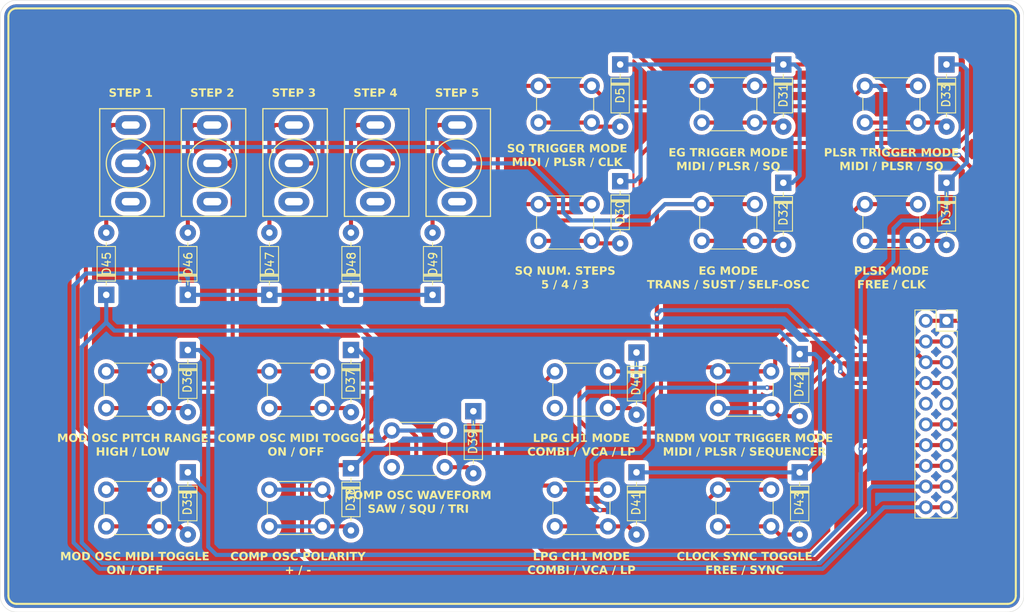
<source format=kicad_pcb>
(kicad_pcb (version 20241229) (generator "pcbnew") (generator_version "9.0")
  (layers (0 "F.Cu" signal) (2 "B.Cu" signal) (13 "F.Paste" user) (15 "B.Paste" user) (5 "F.SilkS" user "F.Silkscreen") (7 "B.SilkS" user "B.Silkscreen") (1 "F.Mask" user) (3 "B.Mask" user) (25 "Edge.Cuts" user))
  (net 0 "")
  (net 1 "Y0")
  (net 2 "Net-(D5-A)")
  (net 3 "Net-(D30-A)")
  (net 4 "Net-(D31-A)")
  (net 5 "Net-(D32-A)")
  (net 6 "Net-(D33-A)")
  (net 7 "Y1")
  (net 8 "Net-(D34-A)")
  (net 9 "Net-(D35-A)")
  (net 10 "Net-(D36-A)")
  (net 11 "Net-(D37-A)")
  (net 12 "Y2")
  (net 13 "Net-(D38-A)")
  (net 14 "Net-(D39-A)")
  (net 15 "Net-(D40-A)")
  (net 16 "Y3")
  (net 17 "Net-(D41-A)")
  (net 18 "Net-(D42-A)")
  (net 19 "Net-(D43-A)")
  (net 20 "Net-(D45-A)")
  (net 21 "Y4")
  (net 22 "Net-(D46-A)")
  (net 23 "Net-(D47-A)")
  (net 24 "Net-(D48-A)")
  (net 25 "Net-(D49-A)")
  (net 27 "X0")
  (net 28 "X3")
  (net 29 "X2")
  (net 31 "X1")
  (footprint "PCM_4ms_Experimental_FP:SW_PUSH_6mm_H13mm" (layer "F.Cu") (at 30.749583 77.75)
    (property "Reference" "SW36" (hide yes))
    (property "Value" "MODOSC_PITCHTRANGE")
  )
  (footprint "DIYSynthMNL:ToggleSwitch_MTS-102_SPDT" (layer "F.Cu") (at 40.5 50)
    (property "Reference" "SW3")
    (property "Value" "SQ_TOGGLESTEP2")
  )
  (footprint "DIYSynthMNL:D_4148_BigPads" (layer "F.Cu") (at 110.5 52.38 -90)
    (property "Reference" "D32")
    (property "Value" "1N4148")
  )
  (footprint "PCM_4ms_Experimental_FP:SW_PUSH_6mm_H13mm" (layer "F.Cu") (at 83.75 42.75)
    (property "Reference" "SW2" (hide yes))
    (property "Value" "SEQ_TRIGGERSELECT")
  )
  (footprint "DIYSynthMNL:D_4148_BigPads" (layer "F.Cu") (at 112.5 73.38 -90)
    (property "Reference" "D42")
    (property "Value" "1N4148")
  )
  (footprint "PCM_4ms_Experimental_FP:SW_PUSH_6mm_H13mm" (layer "F.Cu") (at 103.75 57.25)
    (property "Reference" "SW32" (hide yes))
    (property "Value" "EG_MODESELECT")
  )
  (footprint "PCM_4ms_Experimental_FP:SW_PUSH_6mm_H13mm" (layer "F.Cu") (at 105.749583 77.75)
    (property "Reference" "SW42" (hide yes))
    (property "Value" "RNDMVOLTAGE_TRIGGERSELECT")
  )
  (footprint "DIYSynthMNL:D_4148_BigPads" (layer "F.Cu") (at 130.5 37.88 -90)
    (property "Reference" "D33")
    (property "Value" "1N4148")
  )
  (footprint "DIYSynthMNL:D_4148_BigPads" (layer "F.Cu") (at 110.5 37.88 -90)
    (property "Reference" "D31")
    (property "Value" "1N4148")
  )
  (footprint "DIYSynthMNL:D_4148_BigPads" (layer "F.Cu") (at 90.5 52.19 -90)
    (property "Reference" "D30")
    (property "Value" "1N4148")
  )
  (footprint "DIYSynthMNL:D_4148_BigPads" (layer "F.Cu") (at 72.5 80.38 -90)
    (property "Reference" "D39")
    (property "Value" "1N4148")
  )
  (footprint "PCM_4ms_Experimental_FP:SW_PUSH_6mm_H13mm" (layer "F.Cu") (at 123.75 57.25)
    (property "Reference" "SW34" (hide yes))
    (property "Value" "PLSR_MODE")
  )
  (footprint "DIYSynthMNL:ToggleSwitch_MTS-102_SPDT" (layer "F.Cu") (at 60.5 50)
    (property "Reference" "SW5")
    (property "Value" "SQ_TOGGLESTEP4")
  )
  (footprint "DIYSynthMNL:D_4148_BigPads" (layer "F.Cu") (at 112.5 87.88 -90)
    (property "Reference" "D43")
    (property "Value" "1N4148")
  )
  (footprint "DIYSynthMNL:D_4148_BigPads" (layer "F.Cu") (at 37.5 72.88 -90)
    (property "Reference" "D36")
    (property "Value" "1N4148")
  )
  (footprint "DIYSynthMNL:ToggleSwitch_MTS-102_SPDT" (layer "F.Cu") (at 50.5 50)
    (property "Reference" "SW4")
    (property "Value" "SQ_TOGGLESTEP3")
  )
  (footprint "PCM_4ms_Experimental_FP:SW_PUSH_6mm_H13mm" (layer "F.Cu") (at 85.749583 92.25)
    (property "Reference" "SW41" (hide yes))
    (property "Value" "LPG_GATE2MODE")
  )
  (footprint "DIYSynthMNL:D_4148_BigPads" (layer "F.Cu") (at 27.5 66.12 90)
    (property "Reference" "D45")
    (property "Value" "1N4148")
  )
  (footprint "DIYSynthMNL:D_4148_BigPads" (layer "F.Cu") (at 92.5 73.19 -90)
    (property "Reference" "D40")
    (property "Value" "1N4148")
  )
  (footprint "DIYSynthMNL:D_4148_BigPads" (layer "F.Cu") (at 37.5 87.88 -90)
    (property "Reference" "D35")
    (property "Value" "1N4148")
  )
  (footprint "Connector_PinSocket_2.54mm:PinSocket_2x10_P2.54mm_Vertical" (layer "F.Cu") (at 130.5 69.3)
    (property "Reference" "J1" (hide yes))
    (property "Value" "Conn_02x10_Odd_Even" (hide yes))
  )
  (footprint "DIYSynthMNL:ToggleSwitch_MTS-102_SPDT" (layer "F.Cu") (at 30.5 50)
    (property "Reference" "SW1")
    (property "Value" "SQ_TOGGLESTEP1")
  )
  (footprint "PCM_4ms_Experimental_FP:SW_PUSH_6mm_H13mm" (layer "F.Cu") (at 30.749583 92.25)
    (property "Reference" "SW35" (hide yes))
    (property "Value" "MODOSC_MIDITOGGLE")
  )
  (footprint "DIYSynthMNL:D_4148_BigPads" (layer "F.Cu") (at 90.5 37.88 -90)
    (property "Reference" "D5")
    (property "Value" "1N4148")
  )
  (footprint "PCM_4ms_Experimental_FP:SW_PUSH_6mm_H13mm" (layer "F.Cu") (at 123.75 42.75)
    (property "Reference" "SW33" (hide yes))
    (property "Value" "PLSR_TRIGGERSELECT")
  )
  (footprint "PCM_4ms_Experimental_FP:SW_PUSH_6mm_H13mm" (layer "F.Cu") (at 103.75 42.75)
    (property "Reference" "SW31" (hide yes))
    (property "Value" "EG_TRIGGERSELECT")
  )
  (footprint "DIYSynthMNL:D_4148_BigPads" (layer "F.Cu") (at 57.5 72.88 -90)
    (property "Reference" "D37")
    (property "Value" "1N4148")
  )
  (footprint "PCM_4ms_Experimental_FP:SW_PUSH_6mm_H13mm" (layer "F.Cu") (at 50.749583 92.25)
    (property "Reference" "SW38" (hide yes))
    (property "Value" "COMPLEXOSC_POLARITY")
  )
  (footprint "DIYSynthMNL:D_4148_BigPads" (layer "F.Cu") (at 57.5 66.12 90)
    (property "Reference" "D48")
    (property "Value" "1N4148")
  )
  (footprint "DIYSynthMNL:D_4148_BigPads" (layer "F.Cu") (at 37.5 66.12 90)
    (property "Reference" "D46")
    (property "Value" "1N4148")
  )
  (footprint "PCM_4ms_Experimental_FP:SW_PUSH_6mm_H13mm" (layer "F.Cu") (at 50.749583 77.75)
    (property "Reference" "SW37" (hide yes))
    (property "Value" "COMPLEXOSC_MIDITOGGLE")
  )
  (footprint "DIYSynthMNL:D_4148_BigPads" (layer "F.Cu") (at 47.5 66.12 90)
    (property "Reference" "D47")
    (property "Value" "1N4148")
  )
  (footprint "PCM_4ms_Experimental_FP:SW_PUSH_6mm_H13mm" (layer "F.Cu") (at 65.749583 85)
    (property "Reference" "SW39" (hide yes))
    (property "Value" "COMPLEXOSC_WAVETOGGLE")
  )
  (footprint "DIYSynthMNL:D_4148_BigPads" (layer "F.Cu") (at 67.5 66.12 90)
    (property "Reference" "D49")
    (property "Value" "1N4148")
  )
  (footprint "DIYSynthMNL:D_4148_BigPads" (layer "F.Cu") (at 130.5 52.38 -90)
    (property "Reference" "D34")
    (property "Value" "1N4148")
  )
  (footprint "PCM_4ms_Experimental_FP:SW_PUSH_6mm_H13mm" (layer "F.Cu") (at 85.749583 77.75)
    (property "Reference" "SW40" (hide yes))
    (property "Value" "LPG_GATE1MODE")
  )
  (footprint "PCM_4ms_Experimental_FP:SW_PUSH_6mm_H13mm" (layer "F.Cu") (at 105.749583 92.25)
    (property "Reference" "SW43" (hide yes))
    (property "Value" "CLOCK_SYNCTOGGLE")
  )
  (footprint "DIYSynthMNL:D_4148_BigPads" (layer "F.Cu") (at 57.5 87.38 -90)
    (property "Reference" "D38")
    (property "Value" "1N4148")
  )
  (footprint "PCM_4ms_Experimental_FP:SW_PUSH_6mm_H13mm" (layer "F.Cu") (at 83.75 57.25)
    (property "Reference" "SW6" (hide yes))
    (property "Value" "SEQ_STAGES")
  )
  (footprint "DIYSynthMNL:D_4148_BigPads" (layer "F.Cu") (at 92.5 87.88 -90)
    (property "Reference" "D41")
    (property "Value" "1N4148")
  )
  (footprint "AXS_LOGO_KICAD:AXS_LOGO_FMASK_10X10" (layer "F.Cu") (at 21.5 37)
    (property "Reference" "G***" (hide yes))
    (property "Value" "LOGO" (hide yes))
  )
  (footprint "DIYSynthMNL:ToggleSwitch_MTS-102_SPDT" (layer "F.Cu") (at 70.5 50)
    (property "Reference" "SW7")
    (property "Value" "SQ_TOGGLESTEP5")
  )
  (gr_arc (start 138 31) (mid 138.707107 31.292893) (end 139 32) (stroke (width 0.25)) (layer "F.SilkS"))
  (gr_arc (start 139 103) (mid 138.707107 103.707107) (end 138 104) (stroke (width 0.25)) (layer "F.SilkS"))
  (gr_arc (start 15.5 32) (mid 15.792893 31.292893) (end 16.5 31) (stroke (width 0.25)) (layer "F.SilkS"))
  (gr_line (start 15.5 103) (end 15.5 32) (stroke (width 0.25)) (layer "F.SilkS"))
  (gr_arc (start 16.5 104) (mid 15.792893 103.707107) (end 15.5 103) (stroke (width 0.25)) (layer "F.SilkS"))
  (gr_line (start 138 104) (end 16.5 104) (stroke (width 0.25)) (layer "F.SilkS"))
  (gr_line (start 16.5 31) (end 138 31) (stroke (width 0.25)) (layer "F.SilkS"))
  (gr_line (start 139 32) (end 139 103) (stroke (width 0.25)) (layer "F.SilkS"))
  (gr_line (start 138 105) (end 16.5 105) (stroke (width 0.05)) (layer "Edge.Cuts"))
  (gr_line (start 14.5 103) (end 14.5 32) (stroke (width 0.05)) (layer "Edge.Cuts"))
  (gr_line (start 16.5 30) (end 138 30) (stroke (width 0.05)) (layer "Edge.Cuts"))
  (gr_arc (start 140 103) (mid 139.414214 104.414214) (end 138 105) (stroke (width 0.05)) (layer "Edge.Cuts"))
  (gr_arc (start 138 30) (mid 139.414214 30.585786) (end 140 32) (stroke (width 0.05)) (layer "Edge.Cuts"))
  (gr_arc (start 14.5 32) (mid 15.085786 30.585786) (end 16.5 30) (stroke (width 0.05)) (layer "Edge.Cuts"))
  (gr_arc (start 16.5 105) (mid 15.085786 104.414214) (end 14.5 103) (stroke (width 0.05)) (layer "Edge.Cuts"))
  (gr_line (start 140 32) (end 140 103) (stroke (width 0.05)) (layer "Edge.Cuts"))
  (gr_text "PLSR TRIGGER MODE\nMIDI / PLSR / SQ" (at 123.75 51 0) (layer "F.SilkS") (effects (font (size 1 1) (thickness 0.2) (bold yes)) (justify bottom)))
  (gr_text "COMP OSC POLARITY\n+ / -" (at 51 100.5 0) (layer "F.SilkS") (effects (font (size 1 1) (thickness 0.2) (bold yes)) (justify bottom)))
  (gr_text "STEP 4" (at 60.5 42 0) (layer "F.SilkS") (effects (font (size 1 1) (thickness 0.2) (bold yes)) (justify bottom)))
  (gr_text "STEP 2" (at 40.5 42 0) (layer "F.SilkS") (effects (font (size 1 1) (thickness 0.2) (bold yes)) (justify bottom)))
  (gr_text "SQ TRIGGER MODE\nMIDI / PLSR / CLK" (at 84 50.5 0) (layer "F.SilkS") (effects (font (size 1 1) (thickness 0.2) (bold yes)) (justify bottom)))
  (gr_text "COMP OSC WAVEFORM\nSAW / SQU / TRI" (at 65.749583 93 0) (layer "F.SilkS") (effects (font (size 1 1) (thickness 0.2) (bold yes)) (justify bottom)))
  (gr_text "MOD OSC PITCH RANGE\nHIGH / LOW" (at 30.749583 86 0) (layer "F.SilkS") (effects (font (size 1 1) (thickness 0.2) (bold yes)) (justify bottom)))
  (gr_text "EG MODE\nTRANS / SUST / SELF-OSC" (at 103.75 65.5 0) (layer "F.SilkS") (effects (font (size 1 1) (thickness 0.2) (bold yes)) (justify bottom)))
  (gr_text "EG TRIGGER MODE\nMIDI / PLSR / SQ" (at 103.75 51 0) (layer "F.SilkS") (effects (font (size 1 1) (thickness 0.2) (bold yes)) (justify bottom)))
  (gr_text "COMP OSC MIDI TOGGLE\nON / OFF" (at 50.749583 86 0) (layer "F.SilkS") (effects (font (size 1 1) (thickness 0.2) (bold yes)) (justify bottom)))
  (gr_text "CLOCK SYNC TOGGLE\nFREE / SYNC" (at 105.749583 100.5 0) (layer "F.SilkS") (effects (font (size 1 1) (thickness 0.2) (bold yes)) (justify bottom)))
  (gr_text "PLSR MODE\nFREE / CLK" (at 123.75 65.5 0) (layer "F.SilkS") (effects (font (size 1 1) (thickness 0.2) (bold yes)) (justify bottom)))
  (gr_text "STEP 3" (at 50.5 42 0) (layer "F.SilkS") (effects (font (size 1 1) (thickness 0.2) (bold yes)) (justify bottom)))
  (gr_text "SQ NUM. STEPS\n5 / 4 / 3" (at 83.75 65.5 0) (layer "F.SilkS") (effects (font (size 1 1) (thickness 0.2) (bold yes)) (justify bottom)))
  (gr_text "MOD OSC MIDI TOGGLE\nON / OFF" (at 31 100.5 0) (layer "F.SilkS") (effects (font (size 1 1) (thickness 0.2) (bold yes)) (justify bottom)))
  (gr_text "STEP 5" (at 70.5 42 0) (layer "F.SilkS") (effects (font (size 1 1) (thickness 0.2) (bold yes)) (justify bottom)))
  (gr_text "LPG CH1 MODE\nCOMBI / VCA / LP" (at 85.749583 86 0) (layer "F.SilkS") (effects (font (size 1 1) (thickness 0.2) (bold yes)) (justify bottom)))
  (gr_text "LPG CH1 MODE\nCOMBI / VCA / LP" (at 85.749583 100.5 0) (layer "F.SilkS") (effects (font (size 1 1) (thickness 0.2) (bold yes)) (justify bottom)))
  (gr_text "RNDM VOLT TRIGGER MODE\nMIDI / PLSR / SEQUENCER" (at 105.749583 86 0) (layer "F.SilkS") (effects (font (size 1 1) (thickness 0.2) (bold yes)) (justify bottom)))
  (gr_text "STEP 1" (at 30.5 42 0) (layer "F.SilkS") (effects (font (size 1 1) (thickness 0.2) (bold yes)) (justify bottom)))
  (segment (start 118.12 37.88) (end 121.5 34.5) (width 0.5) (layer "F.Cu") (net 1))
  (segment (start 130.5 82) (end 127.96 82) (width 0.5) (layer "F.Cu") (net 1))
  (segment (start 110.5 37.88) (end 118.12 37.88) (width 0.5) (layer "F.Cu") (net 1))
  (segment (start 134.5 36.5) (end 134.5 81) (width 0.5) (layer "F.Cu") (net 1))
  (segment (start 132.5 34.5) (end 134.5 36.5) (width 0.5) (layer "F.Cu") (net 1))
  (segment (start 121.5 34.5) (end 132.5 34.5) (width 0.5) (layer "F.Cu") (net 1))
  (segment (start 134.5 81) (end 133.5 82) (width 0.5) (layer "F.Cu") (net 1))
  (segment (start 133.5 82) (end 130.5 82) (width 0.5) (layer "F.Cu") (net 1))
  (segment (start 112.5 51.5) (end 111.62 52.38) (width 0.5) (layer "B.Cu") (net 1))
  (segment (start 112.5 38.5) (end 112.5 51.5) (width 0.5) (layer "B.Cu") (net 1))
  (segment (start 110.5 37.88) (end 111.88 37.88) (width 0.5) (layer "B.Cu") (net 1))
  (segment (start 92.31 52.19) (end 90.5 52.19) (width 0.5) (layer "B.Cu") (net 1))
  (segment (start 111.62 52.38) (end 110.5 52.38) (width 0.5) (layer "B.Cu") (net 1))
  (segment (start 93 51.5) (end 92.31 52.19) (width 0.5) (layer "B.Cu") (net 1))
  (segment (start 90.5 37.88) (end 92.38 37.88) (width 0.5) (layer "B.Cu") (net 1))
  (segment (start 93 38.5) (end 93 51.5) (width 0.5) (layer "B.Cu") (net 1))
  (segment (start 92.38 37.88) (end 93 38.5) (width 0.5) (layer "B.Cu") (net 1))
  (segment (start 111.88 37.88) (end 112.5 38.5) (width 0.5) (layer "B.Cu") (net 1))
  (segment (start 90.5 37.88) (end 110.5 37.88) (width 0.5) (layer "B.Cu") (net 1))
  (segment (start 87 45) (end 87.5 45.5) (width 0.5) (layer "F.Cu") (net 2))
  (segment (start 87.5 45.5) (end 90.5 45.5) (width 0.5) (layer "F.Cu") (net 2))
  (segment (start 80.5 45) (end 87 45) (width 0.5) (layer "F.Cu") (net 2))
  (segment (start 87.31 59.81) (end 90.5 59.81) (width 0.5) (layer "F.Cu") (net 3))
  (segment (start 87 59.5) (end 87.31 59.81) (width 0.5) (layer "F.Cu") (net 3))
  (segment (start 80.5 59.5) (end 87 59.5) (width 0.5) (layer "F.Cu") (net 3))
  (segment (start 110 45) (end 110.5 45.5) (width 0.5) (layer "F.Cu") (net 4))
  (segment (start 100.5 45) (end 107 45) (width 0.5) (layer "F.Cu") (net 4))
  (segment (start 107 45) (end 110 45) (width 0.5) (layer "F.Cu") (net 4))
  (segment (start 110 59.5) (end 110.5 60) (width 0.5) (layer "F.Cu") (net 5))
  (segment (start 107 59.5) (end 100.5 59.5) (width 0.5) (layer "F.Cu") (net 5))
  (segment (start 107 59.5) (end 110 59.5) (width 0.5) (layer "F.Cu") (net 5))
  (segment (start 127 45) (end 130 45) (width 0.5) (layer "F.Cu") (net 6))
  (segment (start 130 45) (end 130.5 45.5) (width 0.5) (layer "F.Cu") (net 6))
  (segment (start 127 45) (end 120.5 45) (width 0.5) (layer "F.Cu") (net 6))
  (segment (start 127.96 84.54) (end 120.46 84.54) (width 0.5) (layer "F.Cu") (net 7))
  (segment (start 127.96 84.54) (end 130.5 84.54) (width 0.5) (layer "F.Cu") (net 7))
  (segment (start 120.46 84.54) (end 120 85) (width 0.5) (layer "F.Cu") (net 7))
  (via (at 120 85) (size 0.6) (drill 0.3) (layers "F.Cu" "B.Cu") (net 7))
  (segment (start 38.88 72.88) (end 37.5 72.88) (width 0.5) (layer "B.Cu") (net 7))
  (segment (start 40 90.38) (end 37.5 87.88) (width 0.5) (layer "B.Cu") (net 7))
  (segment (start 41 98) (end 40 97) (width 0.5) (layer "B.Cu") (net 7))
  (segment (start 132.38 37.88) (end 133 38.5) (width 0.5) (layer "B.Cu") (net 7))
  (segment (start 124 58) (end 124 62) (width 0.5) (layer "B.Cu") (net 7))
  (segment (start 120 92) (end 114 98) (width 0.5) (layer "B.Cu") (net 7))
  (segment (start 130.5 52.38) (end 130.5 56) (width 0.5) (layer "B.Cu") (net 7))
  (segment (start 124 62) (end 122.5 63.5) (width 0.5) (layer "B.Cu") (net 7))
  (segment (start 40 90.38) (end 40 74) (width 0.5) (layer "B.Cu") (net 7))
  (segment (start 133 38.5) (end 133 49.88) (width 0.5) (layer "B.Cu") (net 7))
  (segment (start 122.5 63.5) (end 121 63.5) (width 0.5) (layer "B.Cu") (net 7))
  (segment (start 130.5 56) (end 129.5 57) (width 0.5) (layer "B.Cu") (net 7))
  (segment (start 114 98) (end 41 98) (width 0.5) (layer "B.Cu") (net 7))
  (segment (start 121 63.5) (end 120 64.5) (width 0.5) (layer "B.Cu") (net 7))
  (segment (start 130.5 37.88) (end 132.38 37.88) (width 0.5) (layer "B.Cu") (net 7))
  (segment (start 129.5 57) (end 125 57) (width 0.5) (layer "B.Cu") (net 7))
  (segment (start 133 49.88) (end 130.5 52.38) (width 0.5) (layer "B.Cu") (net 7))
  (segment (start 125 57) (end 124 58) (width 0.5) (layer "B.Cu") (net 7))
  (segment (start 40 74) (end 38.88 72.88) (width 0.5) (layer "B.Cu") (net 7))
  (segment (start 120 64.5) (end 120 92) (width 0.5) (layer "B.Cu") (net 7))
  (segment (start 40 97) (end 40 90.38) (width 0.5) (layer "B.Cu") (net 7))
  (segment (start 127 59.5) (end 120.5 59.5) (width 0.5) (layer "F.Cu") (net 8))
  (segment (start 127 59.5) (end 130 59.5) (width 0.5) (layer "F.Cu") (net 8))
  (segment (start 130 59.5) (end 130.5 60) (width 0.5) (layer "F.Cu") (net 8))
  (segment (start 33.999583 94.5) (end 36.5 94.5) (width 0.5) (layer "F.Cu") (net 9))
  (segment (start 36.5 94.5) (end 37.5 95.5) (width 0.5) (layer "F.Cu") (net 9))
  (segment (start 33.999583 94.5) (end 27.499583 94.5) (width 0.5) (layer "F.Cu") (net 9))
  (segment (start 37 80) (end 37.5 80.5) (width 0.5) (layer "F.Cu") (net 10))
  (segment (start 33.999583 80) (end 27.499583 80) (width 0.5) (layer "F.Cu") (net 10))
  (segment (start 33.999583 80) (end 37 80) (width 0.5) (layer "F.Cu") (net 10))
  (segment (start 57 80) (end 57.5 80.5) (width 0.5) (layer "F.Cu") (net 11))
  (segment (start 47.499583 80) (end 53.999583 80) (width 0.5) (layer "F.Cu") (net 11))
  (segment (start 53.999583 80) (end 57 80) (width 0.5) (layer "F.Cu") (net 11))
  (segment (start 51.5 97.5) (end 51.5 88) (width 0.5) (layer "F.Cu") (net 12))
  (segment (start 52.5 98.5) (end 51.5 97.5) (width 0.5) (layer "F.Cu") (net 12))
  (segment (start 130.5 87.08) (end 127.96 87.08) (width 0.5) (layer "F.Cu") (net 12))
  (segment (start 114.5 98.5) (end 52.5 98.5) (width 0.5) (layer "F.Cu") (net 12))
  (segment (start 57.12 87) (end 57.5 87.38) (width 0.5) (layer "F.Cu") (net 12))
  (segment (start 121.42 87.08) (end 120.5 88) (width 0.5) (layer "F.Cu") (net 12))
  (segment (start 52.5 87) (end 57.12 87) (width 0.5) (layer "F.Cu") (net 12))
  (segment (start 51.5 88) (end 52.5 87) (width 0.5) (layer "F.Cu") (net 12))
  (segment (start 120.5 92.5) (end 114.5 98.5) (width 0.5) (layer "F.Cu") (net 12))
  (segment (start 120.5 88) (end 120.5 92.5) (width 0.5) (layer "F.Cu") (net 12))
  (segment (start 127.96 87.08) (end 121.42 87.08) (width 0.5) (layer "F.Cu") (net 12))
  (segment (start 84.5 85) (end 85.5 84) (width 0.5) (layer "B.Cu") (net 12))
  (segment (start 59.5 85) (end 60 85) (width 0.5) (layer "B.Cu") (net 12))
  (segment (start 59.5 85) (end 59.5 74) (width 0.5) (layer "B.Cu") (net 12))
  (segment (start 57.5 87.38) (end 57.62 87.38) (width 0.5) (layer "B.Cu") (net 12))
  (segment (start 59.5 85.5) (end 59.5 85) (width 0.5) (layer "B.Cu") (net 12))
  (segment (start 72 85) (end 72.5 84.5) (width 0.5) (layer "B.Cu") (net 12))
  (segment (start 58.38 72.88) (end 57.5 72.88) (width 0.5) (layer "B.Cu") (net 12))
  (segment (start 59.5 85.5) (end 60 85) (width 0.5) (layer "B.Cu") (net 12))
  (segment (start 57.62 87.38) (end 59.5 85.5) (width 0.5) (layer "B.Cu") (net 12))
  (segment (start 59.5 74) (end 58.38 72.88) (width 0.5) (layer "B.Cu") (net 12))
  (segment (start 92.5 77) (end 92.5 73.19) (width 0.5) (layer "B.Cu") (net 12))
  (segment (start 72.5 84.5) (end 72.5 80.38) (width 0.5) (layer "B.Cu") (net 12))
  (segment (start 72 85) (end 84.5 85) (width 0.5) (layer "B.Cu") (net 12))
  (segment (start 85.5 84) (end 85.5 79) (width 0.5) (layer "B.Cu") (net 12))
  (segment (start 60 85) (end 72 85) (width 0.5) (layer "B.Cu") (net 12))
  (segment (start 91.5 78) (end 92.5 77) (width 0.5) (layer "B.Cu") (net 12))
  (segment (start 86.5 78) (end 91.5 78) (width 0.5) (layer "B.Cu") (net 12))
  (segment (start 85.5 79) (end 86.5 78) (width 0.5) (layer "B.Cu") (net 12))
  (segment (start 53.999583 94.5) (end 57 94.5) (width 0.5) (layer "F.Cu") (net 13))
  (segment (start 57 94.5) (end 57.5 95) (width 0.5) (layer "F.Cu") (net 13))
  (segment (start 47.499583 94.5) (end 53.999583 94.5) (width 0.5) (layer "B.Cu") (net 13))
  (segment (start 68.999583 87.25) (end 71.75 87.25) (width 0.5) (layer "F.Cu") (net 14))
  (segment (start 71.75 87.25) (end 72.5 88) (width 0.5) (layer "F.Cu") (net 14))
  (segment (start 91.69 80) (end 92.5 80.81) (width 0.5) (layer "F.Cu") (net 15))
  (segment (start 88.999583 80) (end 91.69 80) (width 0.5) (layer "F.Cu") (net 15))
  (segment (start 127.96 89.62) (end 130.5 89.62) (width 0.5) (layer "F.Cu") (net 16))
  (segment (start 114.38 73.38) (end 112.5 73.38) (width 0.5) (layer "B.Cu") (net 16))
  (segment (start 92.5 87.88) (end 112.5 87.88) (width 0.5) (layer "B.Cu") (net 16))
  (segment (start 115 99) (end 27 99) (width 0.5) (layer "B.Cu") (net 16))
  (segment (start 112.5 87.88) (end 113.12 87.88) (width 0.5) (layer "B.Cu") (net 16))
  (segment (start 121 93) (end 115 99) (width 0.5) (layer "B.Cu") (net 16))
  (segment (start 27.5 69.5) (end 27.5 66.12) (width 0.5) (layer "B.Cu") (net 16))
  (segment (start 115 86) (end 115 74) (width 0.5) (layer "B.Cu") (net 16))
  (segment (start 110 70.5) (end 28.5 70.5) (width 0.5) (layer "B.Cu") (net 16))
  (segment (start 115 74) (end 114.38 73.38) (width 0.5) (layer "B.Cu") (net 16))
  (segment (start 112.5 73.38) (end 112.5 73) (width 0.5) (layer "B.Cu") (net 16))
  (segment (start 121.38 89.62) (end 121 90) (width 0.5) (layer "B.Cu") (net 16))
  (segment (start 24.5 96.5) (end 24.5 72.5) (width 0.5) (layer "B.Cu") (net 16))
  (segment (start 113.12 87.88) (end 115 86) (width 0.5) (layer "B.Cu") (net 16))
  (segment (start 112.5 73) (end 110 70.5) (width 0.5) (layer "B.Cu") (net 16))
  (segment (start 121 90) (end 121 93) (width 0.5) (layer "B.Cu") (net 16))
  (segment (start 27 99) (end 24.5 96.5) (width 0.5) (layer "B.Cu") (net 16))
  (segment (start 127.96 89.62) (end 121.38 89.62) (width 0.5) (layer "B.Cu") (net 16))
  (segment (start 28.5 70.5) (end 27.5 69.5) (width 0.5) (layer "B.Cu") (net 16))
  (segment (start 24.5 72.5) (end 27.5 69.5) (width 0.5) (layer "B.Cu") (net 16))
  (segment (start 91.5 94.5) (end 92.5 95.5) (width 0.5) (layer "F.Cu") (net 17))
  (segment (start 88.999583 94.5) (end 91.5 94.5) (width 0.5) (layer "F.Cu") (net 17))
  (segment (start 88.999583 94.5) (end 82.499583 94.5) (width 0.5) (layer "F.Cu") (net 17))
  (segment (start 108.999583 80) (end 109.999583 81) (width 0.5) (layer "F.Cu") (net 18))
  (segment (start 109.999583 81) (end 112.5 81) (width 0.5) (layer "F.Cu") (net 18))
  (segment (start 108.999583 80) (end 102.499583 80) (width 0.5) (layer "B.Cu") (net 18))
  (segment (start 109.999583 95.5) (end 112.5 95.5) (width 0.5) (layer "F.Cu") (net 19))
  (segment (start 108.999583 94.5) (end 102.499583 94.5) (width 0.5) (layer "F.Cu") (net 19))
  (segment (start 108.999583 94.5) (end 109.999583 95.5) (width 0.5) (layer "F.Cu") (net 19))
  (segment (start 30.5 45.3) (end 28.2 45.3) (width 0.5) (layer "F.Cu") (net 20))
  (segment (start 28.2 45.3) (end 27.5 46) (width 0.5) (layer "F.Cu") (net 20))
  (segment (start 27.5 46) (end 27.5 58.5) (width 0.5) (layer "F.Cu") (net 20))
  (segment (start 130.5 92.16) (end 127.96 92.16) (width 0.5) (layer "F.Cu") (net 21))
  (segment (start 37.5 64) (end 37.5 66.12) (width 0.5) (layer "B.Cu") (net 21))
  (segment (start 23.5 96.5) (end 23.5 65) (width 0.5) (layer "B.Cu") (net 21))
  (segment (start 23.5 65) (end 25 63.5) (width 0.5) (layer "B.Cu") (net 21))
  (segment (start 122.84 92.16) (end 115.3 99.7) (width 0.5) (layer "B.Cu") (net 21))
  (segment (start 127.96 92.16) (end 122.84 92.16) (width 0.5) (layer "B.Cu") (net 21))
  (segment (start 26.7 99.7) (end 23.5 96.5) (width 0.5) (layer "B.Cu") (net 21))
  (segment (start 25 63.5) (end 37 63.5) (width 0.5) (layer "B.Cu") (net 21))
  (segment (start 115.3 99.7) (end 26.7 99.7) (width 0.5) (layer "B.Cu") (net 21))
  (segment (start 37 63.5) (end 37.5 64) (width 0.5) (layer "B.Cu") (net 21))
  (segment (start 37.5 66.12) (end 67.5 66.12) (width 0.5) (layer "B.Cu") (net 21))
  (segment (start 40.5 45.3) (end 38.2 45.3) (width 0.5) (layer "F.Cu") (net 22))
  (segment (start 37.5 46) (end 37.5 58.5) (width 0.5) (layer "F.Cu") (net 22))
  (segment (start 38.2 45.3) (end 37.5 46) (width 0.5) (layer "F.Cu") (net 22))
  (segment (start 48.2 45.3) (end 47.5 46) (width 0.5) (layer "F.Cu") (net 23))
  (segment (start 47.5 46) (end 47.5 58.5) (width 0.5) (layer "F.Cu") (net 23))
  (segment (start 50.5 45.3) (end 48.2 45.3) (width 0.5) (layer "F.Cu") (net 23))
  (segment (start 58.2 45.3) (end 57.5 46) (width 0.5) (layer "F.Cu") (net 24))
  (segment (start 57.5 46) (end 57.5 58.5) (width 0.5) (layer "F.Cu") (net 24))
  (segment (start 60.5 45.3) (end 58.2 45.3) (width 0.5) (layer "F.Cu") (net 24))
  (segment (start 70.5 45.3) (end 68.2 45.3) (width 0.5) (layer "F.Cu") (net 25))
  (segment (start 67.5 46) (end 67.5 58.5) (width 0.5) (layer "F.Cu") (net 25))
  (segment (start 68.2 45.3) (end 67.5 46) (width 0.5) (layer "F.Cu") (net 25))
  (segment (start 132 49) (end 133.5 50.5) (width 0.5) (layer "F.Cu") (net 27))
  (segment (start 132.7 69.3) (end 130.5 69.3) (width 0.5) (layer "F.Cu") (net 27))
  (segment (start 25 82) (end 26 83) (width 0.5) (layer "F.Cu") (net 27))
  (segment (start 75.5 88.5) (end 76.5 89.5) (width 0.5) (layer "F.Cu") (net 27))
  (segment (start 80.5 40.5) (end 76 40.5) (width 0.5) (layer "F.Cu") (net 27))
  (segment (start 76 40.5) (end 74.5 42) (width 0.5) (layer "F.Cu") (net 27))
  (segment (start 43.5 42) (end 42.5 42) (width 0.5) (layer "F.Cu") (net 27))
  (segment (start 42.5 50) (end 43 49.5) (width 0.5) (layer "F.Cu") (net 27))
  (segment (start 60 79) (end 60.5 78.5) (width 0.5) (layer "F.Cu") (net 27))
  (segment (start 130.5 69.3) (end 127.96 69.3) (width 0.5) (layer "F.Cu") (net 27))
  (segment (start 43 42.5) (end 42.5 42) (width 0.5) (layer "F.Cu") (net 27))
  (segment (start 133.5 68.5) (end 132.7 69.3) (width 0.5) (layer "F.Cu") (net 27))
  (segment (start 42.5 42) (end 27.5 42) (width 0.5) (layer "F.Cu") (net 27))
  (segment (start 120.5 40.5) (end 127 40.5) (width 0.5) (layer "F.Cu") (net 27))
  (segment (start 27.5 42) (end 25 44.5) (width 0.5) (layer "F.Cu") (net 27))
  (segment (start 87 40.5) (end 89.5 43) (width 0.5) (layer "F.Cu") (net 27))
  (segment (start 44 75.5) (end 47.499583 75.5) (width 0.5) (layer "F.Cu") (net 27))
  (segment (start 74.5 42) (end 43.5 42) (width 0.5) (layer "F.Cu") (net 27))
  (segment (start 118 43) (end 120.5 40.5) (width 0.5) (layer "F.Cu") (net 27))
  (segment (start 42.5 50) (end 43 50.5) (width 0.5) (layer "F.Cu") (net 27))
  (segment (start 43 74.5) (end 44 75.5) (width 0.5) (layer "F.Cu") (net 27))
  (segment (start 82.499583 90) (end 88.999583 90) (width 0.5) (layer "F.Cu") (net 27))
  (segment (start 81.999583 89.5) (end 82.499583 90) (width 0.5) (layer "F.Cu") (net 27))
  (segment (start 40.5 50) (end 42.5 50) (width 0.5) (layer "F.Cu") (net 27))
  (segment (start 75.5 79) (end 75.5 88.5) (width 0.5) (layer "F.Cu") (net 27))
  (segment (start 76.5 89.5) (end 81.999583 89.5) (width 0.5) (layer "F.Cu") (net 27))
  (segment (start 75 78.5) (end 75.5 79) (width 0.5) (layer "F.Cu") (net 27))
  (segment (start 89.5 43) (end 118 43) (width 0.5) (layer "F.Cu") (net 27))
  (segment (start 60.5 78.5) (end 75 78.5) (width 0.5) (layer "F.Cu") (net 27))
  (segment (start 60 81.5) (end 60 79) (width 0.5) (layer "F.Cu") (net 27))
  (segment (start 43 42.5) (end 43.5 42) (width 0.5) (layer "F.Cu") (net 27))
  (segment (start 43 50.5) (end 43 74.5) (width 0.5) (layer "F.Cu") (net 27))
  (segment (start 58.5 83) (end 60 81.5) (width 0.5) (layer "F.Cu") (net 27))
  (segment (start 133.5 50.5) (end 133.5 68.5) (width 0.5) (layer "F.Cu") (net 27))
  (segment (start 53.999583 75.5) (end 47.499583 75.5) (width 0.5) (layer "F.Cu") (net 27))
  (segment (start 43 49.5) (end 43 42.5) (width 0.5) (layer "F.Cu") (net 27))
  (segment (start 26 83) (end 58.5 83) (width 0.5) (layer "F.Cu") (net 27))
  (segment (start 25 44.5) (end 25 82) (width 0.5) (layer "F.Cu") (net 27))
  (segment (start 87 40.5) (end 80.5 40.5) (width 0.5) (layer "F.Cu") (net 27))
  (via (at 132 49) (size 0.6) (drill 0.3) (layers "F.Cu" "B.Cu") (net 27))
  (segment (start 120.5 40.5) (end 122 40.5) (width 0.5) (layer "B.Cu") (net 27))
  (segment (start 122.5 48) (end 123.5 49) (width 0.5) (layer "B.Cu") (net 27))
  (segment (start 122.5 41) (end 122.5 48) (width 0.5) (layer "B.Cu") (net 27))
  (segment (start 123.5 49) (end 132 49) (width 0.5) (layer "B.Cu") (net 27))
  (segment (start 122 40.5) (end 122.5 41) (width 0.5) (layer "B.Cu") (net 27))
  (segment (start 30.5 72.000417) (end 30.5 59) (width 0.5) (layer "F.Cu") (net 28))
  (segment (start 127.96 76.92) (end 118.92 76.92) (width 0.5) (layer "F.Cu") (net 28))
  (segment (start 35 77.5) (end 80.499583 77.5) (width 0.5) (layer "F.Cu") (net 28))
  (segment (start 33.999583 76.499583) (end 35 77.5) (width 0.5) (layer "F.Cu") (net 28))
  (segment (start 94.5 75.5) (end 95 75) (width 0.5) (layer "F.Cu") (net 28))
  (segment (start 80.499583 77.5) (end 82.499583 75.5) (width 0.5) (layer "F.Cu") (net 28))
  (segment (start 33.999583 75.5) (end 27.499583 75.5) (width 0.5) (layer "F.Cu") (net 28))
  (segment (start 118.92 76.92) (end 117.5 75.5) (width 0.5) (layer "F.Cu") (net 28))
  (segment (start 95 56) (end 96 55) (width 0.5) (layer "F.Cu") (net 28))
  (segment (start 88.999583 75.5) (end 94.5 75.5) (width 0.5) (layer "F.Cu") (net 28))
  (segment (start 33.5 51.5) (end 32 50) (width 0.5) (layer "F.Cu") (net 28))
  (segment (start 33.999583 75.5) (end 33.999583 76.499583) (width 0.5) (layer "F.Cu") (net 28))
  (segment (start 127.96 76.92) (end 130.5 76.92) (width 0.5) (layer "F.Cu") (net 28))
  (segment (start 30.5 59) (end 33.5 56) (width 0.5) (layer "F.Cu") (net 28))
  (segment (start 96 55) (end 100.5 55) (width 0.5) (layer "F.Cu") (net 28))
  (segment (start 33.5 56) (end 33.5 51.5) (width 0.5) (layer "F.Cu") (net 28))
  (segment (start 100.5 55) (end 107 55) (width 0.5) (layer "F.Cu") (net 28))
  (segment (start 33.999583 75.5) (end 30.5 72.000417) (width 0.5) (layer "F.Cu") (net 28))
  (segment (start 95 75) (end 95 56) (width 0.5) (layer "F.Cu") (net 28))
  (segment (start 32 50) (end 30.5 50) (width 0.5) (layer "F.Cu") (net 28))
  (via (at 95 68.5) (size 0.6) (drill 0.3) (layers "F.Cu" "B.Cu") (net 28))
  (via (at 117.5 75.5) (size 0.6) (drill 0.3) (layers "F.Cu" "B.Cu") (net 28))
  (segment (start 111 68) (end 109.5 68) (width 0.5) (layer "B.Cu") (net 28))
  (segment (start 79.5 50) (end 83.5 54) (width 0.5) (layer "B.Cu") (net 28))
  (segment (start 95.5 68) (end 95 68.5) (width 0.5) (layer "B.Cu") (net 28))
  (segment (start 32.5 48) (end 30.5 50) (width 0.5) (layer "B.Cu") (net 28))
  (segment (start 70.5 50) (end 68.5 48) (width 0.5) (layer "B.Cu") (net 28))
  (segment (start 84.5 57) (end 94 57) (width 0.5) (layer "B.Cu") (net 28))
  (segment (start 117.5 75.5) (end 117.5 74.5) (width 0.5) (layer "B.Cu") (net 28))
  (segment (start 68.5 48) (end 32.5 48) (width 0.5) (layer "B.Cu") (net 28))
  (segment (start 117.5 74.5) (end 111 68) (width 0.5) (layer "B.Cu") (net 28))
  (segment (start 94 57) (end 96 55) (width 0.5) (layer "B.Cu") (net 28))
  (segment (start 83.5 54) (end 83.5 56) (width 0.5) (layer "B.Cu") (net 28))
  (segment (start 96 55) (end 100.5 55) (width 0.5) (layer "B.Cu") (net 28))
  (segment (start 70.5 50) (end 79.5 50) (width 0.5) (layer "B.Cu") (net 28))
  (segment (start 83.5 56) (end 84.5 57) (width 0.5) (layer "B.Cu") (net 28))
  (segment (start 109.5 68) (end 95.5 68) (width 0.5) (layer "B.Cu") (net 28))
  (segment (start 65 60) (end 65 51) (width 0.5) (layer "F.Cu") (net 29))
  (segment (start 75.5 39) (end 76.5 38) (width 0.5) (layer "F.Cu") (net 29))
  (segment (start 65 51) (end 64 50) (width 0.5) (layer "F.Cu") (net 29))
  (segment (start 76.5 38) (end 86 38) (width 0.5) (layer "F.Cu") (net 29))
  (segment (start 96.5 40.5) (end 100.5 40.5) (width 0.5) (layer "F.Cu") (net 29))
  (segment (start 127.08 73.5) (end 123.5 73.5) (width 0.5) (layer "F.Cu") (net 29))
  (segment (start 70 60) (end 69 61) (width 0.5) (layer "F.Cu") (net 29))
  (segment (start 24 44) (end 27 41) (width 0.5) (layer "F.Cu") (net 29))
  (segment (start 69 61) (end 66 61) (width 0.5) (layer "F.Cu") (net 29))
  (segment (start 133.5 37) (end 133.5 46) (width 0.5) (layer "F.Cu") (net 29))
  (segment (start 113.5 77.5) (end 108.5 77.5) (width 0.5) (layer "F.Cu") (net 29))
  (segment (start 67 92.5) (end 99.999583 92.5) (width 0.5) (layer "F.Cu") (net 29))
  (segment (start 65.5 83.5) (end 65.5 91) (width 0.5) (layer "F.Cu") (net 29))
  (segment (start 91.5 35.5) (end 96.5 40.5) (width 0.5) (layer "F.Cu") (net 29))
  (segment (start 130.5 74.38) (end 127.96 74.38) (width 0.5) (layer "F.Cu") (net 29))
  (segment (start 117 40.5) (end 122 35.5) (width 0.5) (layer "F.Cu") (net 29))
  (segment (start 133.5 46) (end 132 47.5) (width 0.5) (layer "F.Cu") (net 29))
  (segment (start 33.999583 90) (end 33.999583 85.000417) (width 0.5) (layer "F.Cu") (net 29))
  (segment (start 62.499583 82.75) (end 64.75 82.75) (width 0.5) (layer "F.Cu") (net 29))
  (segment (start 99.999583 92.5) (end 102.499583 90) (width 0.5) (layer "F.Cu") (net 29))
  (segment (start 64 50) (end 60.5 50) (width 0.5) (layer "F.Cu") (net 29))
  (segment (start 117.5 73.5) (end 115 76) (width 0.5) (layer "F.Cu") (net 29))
  (segment (start 24 82.5) (end 24 44) (width 0.5) (layer "F.Cu") (net 29))
  (segment (start 61.249583 84) (end 62.499583 82.75) (width 0.5) (layer "F.Cu") (net 29))
  (segment (start 107 40.5) (end 117 40.5) (width 0.5) (layer "F.Cu") (net 29))
  (segment (start 127.96 74.38) (end 127.08 73.5) (width 0.5) (layer "F.Cu") (net 29))
  (segment (start 65.5 91) (end 67 92.5) (width 0.5) (layer "F.Cu") (net 29))
  (segment (start 70 58.5) (end 70 60) (width 0.5) (layer "F.Cu") (net 29))
  (segment (start 71.5 57) (end 70 58.5) (width 0.5) (layer "F.Cu") (net 29))
  (segment (start 132 35.5) (end 133.5 37) (width 0.5) (layer "F.Cu") (net 29))
  (segment (start 33.999583 85.000417) (end 35 84) (width 0.5) (layer "F.Cu") (net 29))
  (segment (start 35 84) (end 25.5 84) (width 0.5) (layer "F.Cu") (net 29))
  (segment (start 25.5 84) (end 24 82.5) (width 0.5) (layer "F.Cu") (net 29))
  (segment (start 115 76) (end 113.5 77.5) (width 0.5) (layer "F.Cu") (net 29))
  (segment (start 86 38) (end 88.5 35.5) (width 0.5) (layer "F.Cu") (net 29))
  (segment (start 93 54) (end 90 57) (width 0.5) (layer "F.Cu") (net 29))
  (segment (start 64.75 82.75) (end 65.5 83.5) (width 0.5) (layer "F.Cu") (net 29))
  (segment (start 88.5 35.5) (end 91.5 35.5) (width 0.5) (layer "F.Cu") (net 29))
  (segment (start 73.5 41) (end 75.5 39) (width 0.5) (layer "F.Cu") (net 29))
  (segment (start 90 57) (end 71.5 57) (width 0.5) (layer "F.Cu") (net 29))
  (segment (start 107 40.5) (end 100.5 40.5) (width 0.5) (layer "F.Cu") (net 29))
  (segment (start 66 61) (end 65 60) (width 0.5) (layer "F.Cu") (net 29))
  (segment (start 27.499583 90) (end 33.999583 90) (width 0.5) (layer "F.Cu") (net 29))
  (segment (start 132 47.5) (end 94.5 47.5) (width 0.5) (layer "F.Cu") (net 29))
  (segment (start 35 84) (end 61.249583 84) (width 0.5) (layer "F.Cu") (net 29))
  (segment (start 94.5 47.5) (end 93 49) (width 0.5) (layer "F.Cu") (net 29))
  (segment (start 93 49) (end 93 54) (width 0.5) (layer "F.Cu") (net 29))
  (segment (start 123.5 73.5) (end 117.5 73.5) (width 0.5) (layer "F.Cu") (net 29))
  (segment (start 122 35.5) (end 132 35.5) (width 0.5) (layer "F.Cu") (net 29))
  (segment (start 27 41) (end 73.5 41) (width 0.5) (layer "F.Cu") (net 29))
  (segment (start 102.499583 90) (end 108.999583 90) (width 0.5) (layer "F.Cu") (net 29))
  (via (at 108.5 77.5) (size 0.6) (drill 0.3) (layers "F.Cu" "B.Cu") (net 29))
  (via (at 88 92.5) (size 0.6) (drill 0.3) (layers "F.Cu" "B.Cu") (net 29))
  (segment (start 94.5 78) (end 94 78.5) (width 0.5) (layer "B.Cu") (net 29))
  (segment (start 87 91.5) (end 88 92.5) (width 0.5) (layer "B.Cu") (net 29))
  (segment (start 88 85.5) (end 87 86.5) (width 0.5) (layer "B.Cu") (net 29))
  (segment (start 68.999583 82.75) (end 62.499583 82.75) (width 0.5) (layer "B.Cu") (net 29))
  (segment (start 94 84.5) (end 93 85.5) (width 0.5) (layer "B.Cu") (net 29))
  (segment (start 96.5 77.5) (end 95 77.5) (width 0.5) (layer "B.Cu") (net 29))
  (segment (start 95 77.5) (end 94.5 78) (width 0.5) (layer "B.Cu") (net 29))
  (segment (start 94 78.5) (end 94 84.5) (width 0.5) (layer "B.Cu") (net 29))
  (segment (start 108.5 77.5) (end 96.5 77.5) (width 0.5) (layer "B.Cu") (net 29))
  (segment (start 93 85.5) (end 92.5 85.5) (width 0.5) (layer "B.Cu") (net 29))
  (segment (start 87 86.5) (end 87 87) (width 0.5) (layer "B.Cu") (net 29))
  (segment (start 87 87) (end 87 91.5) (width 0.5) (layer "B.Cu") (net 29))
  (segment (start 92.5 85.5) (end 88 85.5) (width 0.5) (layer "B.Cu") (net 29))
  (segment (start 113.5 97.5) (end 116 95) (width 0.5) (layer "F.Cu") (net 31))
  (segment (start 108.999583 75.5) (end 109.5 74.999583) (width 0.5) (layer "F.Cu") (net 31))
  (segment (start 80.5 55) (end 76 55) (width 0.5) (layer "F.Cu") (net 31))
  (segment (start 64.5 91.5) (end 66.5 93.5) (width 0.5) (layer "F.Cu") (net 31))
  (segment (start 54 44) (end 54 49) (width 0.5) (layer "F.Cu") (net 31))
  (segment (start 54 49) (end 54 69) (width 0.5) (layer "F.Cu") (net 31))
  (segment (start 54 69) (end 55 70) (width 0.5) (layer "F.Cu") (net 31))
  (segment (start 66.5 93.5) (end 77 93.5) (width 0.5) (layer "F.Cu") (net 31))
  (segment (start 75.5 54.5) (end 75.5 44) (width 0.5) (layer "F.Cu") (net 31))
  (segment (start 102.499583 75.5) (end 108.999583 75.5) (width 0.5) (layer "F.Cu") (net 31))
  (segment (start 116 84.5) (end 115 83.5) (width 0.5) (layer "F.Cu") (net 31))
  (segment (start 54 49) (end 53 50) (width 0.5) (layer "F.Cu") (net 31))
  (segment (start 87 55) (end 80.5 55) (width 0.5) (layer "F.Cu") (net 31))
  (segment (start 76 55) (end 75.5 54.5) (width 0.5) (layer "F.Cu") (net 31))
  (segment (start 85.5 81.5) (end 87 83) (width 0.5) (layer "F.Cu") (net 31))
  (segment (start 107 82.5) (end 107 76) (width 0.5) (layer "F.Cu") (net 31))
  (segment (start 119.84 71.84) (end 118 70) (width 0.5) (layer "F.Cu") (net 31))
  (segment (start 101.999583 75) (end 102.499583 75.5) (width 0.5) (layer "F.Cu") (net 31))
  (segment (start 74.5 43) (end 55 43) (width 0.5) (layer "F.Cu") (net 31))
  (segment (start 118 70) (end 118 57) (width 0.5) (layer "F.Cu") (net 31))
  (segment (start 108 83.5) (end 107 82.5) (width 0.5) (layer "F.Cu") (net 31))
  (segment (start 107 76) (end 107.5 75.5) (width 0.5) (layer "F.Cu") (net 31))
  (segment (start 115 83.5) (end 108 83.5) (width 0.5) (layer "F.Cu") (net 31))
  (segment (start 107.5 75.5) (end 108.999583 75.5) (width 0.5) (layer "F.Cu") (net 31))
  (segment (start 55 43) (end 54 44) (width 0.5) (layer "F.Cu") (net 31))
  (segment (start 85.5 74.5) (end 85.5 81.5) (width 0.5) (layer "F.Cu") (net 31))
  (segment (start 53 50) (end 50.5 50) (width 0.5) (layer "F.Cu") (net 31))
  (segment (start 77.5 76.5) (end 81 73) (width 0.5) (layer "F.Cu") (net 31))
  (segment (start 95.5 82.5) (end 95.5 76) (width 0.5) (layer "F.Cu") (net 31))
  (segment (start 120 55) (end 120.5 55) (width 0.5) (layer "F.Cu") (net 31))
  (segment (start 87 83) (end 95 83) (width 0.5) (layer "F.Cu") (net 31))
  (segment (start 55.499583 91.5) (end 64.5 91.5) (width 0.5) (layer "F.Cu") (net 31))
  (segment (start 111 71) (end 117 71) (width 0.5) (layer "F.Cu") (net 31))
  (segment (start 96.5 75) (end 101.999583 75) (width 0.5) (layer "F.Cu") (net 31))
  (segment (start 84 73) (end 85.5 74.5) (width 0.5) (layer "F.Cu") (net 31))
  (segment (start 53.999583 90) (end 55.499583 91.5) (width 0.5) (layer "F.Cu") (net 31))
  (segment (start 127.96 71.84) (end 119.84 71.84) (width 0.5) (layer "F.Cu") (net 31))
  (segment (start 116 95) (end 116 84.5) (width 0.5) (layer "F.Cu") (net 31))
  (segment (start 127.96 71.84) (end 130.5 71.84) (width 0.5) (layer "F.Cu") (net 31))
  (segment (start 81 97.5) (end 113.5 97.5) (width 0.5) (layer "F.Cu") (net 31))
  (segment (start 95 83) (end 95.5 82.5) (width 0.5) (layer "F.Cu") (net 31))
  (segment (start 81 73) (end 84 73) (width 0.5) (layer "F.Cu") (net 31))
  (segment (start 55 70) (end 58.5 70) (width 0.5) (layer "F.Cu") (net 31))
  (segment (start 75.5 44) (end 74.5 43) (width 0.5) (layer "F.Cu") (net 31))
  (segment (start 61 75.5) (end 62 76.5) (width 0.5) (layer "F.Cu") (net 31))
  (segment (start 109.5 74.999583) (end 109.5 72.5) (width 0.5) (layer "F.Cu") (net 31))
  (segment (start 77 93.5) (end 81 97.5) (width 0.5) (layer "F.Cu") (net 31))
  (segment (start 117 71) (end 118 70) (width 0.5) (layer "F.Cu") (net 31))
  (segment (start 95.5 76) (end 96.5 75) (width 0.5) (layer "F.Cu") (net 31))
  (segment (start 120.5 55) (end 127 55) (width 0.5) (layer "F.Cu") (net 31))
  (segment (start 118 57) (end 120 55) (width 0.5) (layer "F.Cu") (net 31))
  (segment (start 61 72.5) (end 61 75.5) (width 0.5) (layer "F.Cu") (net 31))
  (segment (start 62 76.5) (end 77.5 76.5) (width 0.5) (layer "F.Cu") (net 31))
  (segment (start 109.5 72.5) (end 111 71) (width 0.5) (layer "F.Cu") (net 31))
  (segment (start 58.5 70) (end 61 72.5) (width 0.5) (layer "F.Cu") (net 31))
  (segment (start 53.999583 90) (end 47.499583 90) (width 0.5) (layer "B.Cu") (net 31))
  (zone (net 0) (net_name "") (layers "F.Cu" "B.Cu") (connect_pads (clearance 0.5)) (min_thickness 0.25) (fill yes (thermal_gap 0.5) (thermal_bridge_width 0.5) (island_removal_mode 1) (island_area_min 10))
    (polygon (pts (xy 140 30) (xy 140 105) (xy 14.5 105) (xy 14.5 30)))
  )
)
</source>
